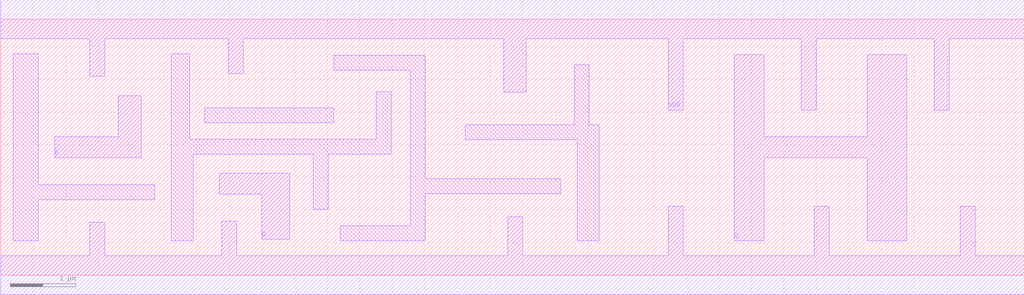
<source format=lef>
# Copyright 2022 GlobalFoundries PDK Authors
#
# Licensed under the Apache License, Version 2.0 (the "License");
# you may not use this file except in compliance with the License.
# You may obtain a copy of the License at
#
#      http://www.apache.org/licenses/LICENSE-2.0
#
# Unless required by applicable law or agreed to in writing, software
# distributed under the License is distributed on an "AS IS" BASIS,
# WITHOUT WARRANTIES OR CONDITIONS OF ANY KIND, either express or implied.
# See the License for the specific language governing permissions and
# limitations under the License.

MACRO gf180mcu_fd_sc_mcu7t5v0__latq_4
  CLASS core ;
  FOREIGN gf180mcu_fd_sc_mcu7t5v0__latq_4 0.0 0.0 ;
  ORIGIN 0 0 ;
  SYMMETRY X Y ;
  SITE GF018hv5v_mcu_sc7 ;
  SIZE 15.68 BY 3.92 ;
  PIN D
    DIRECTION INPUT ;
    ANTENNAGATEAREA 0.552 ;
    PORT
      LAYER METAL1 ;
        POLYGON 3.35 1.24 4 1.24 4 0.55 4.43 0.55 4.43 1.56 3.35 1.56  ;
    END
  END D
  PIN E
    DIRECTION INPUT ;
    USE clock ;
    ANTENNAGATEAREA 0.736 ;
    PORT
      LAYER METAL1 ;
        POLYGON 0.825 1.8 2.15 1.8 2.15 2.75 1.8 2.75 1.8 2.12 0.825 2.12  ;
    END
  END E
  PIN Q
    DIRECTION OUTPUT ;
    ANTENNADIFFAREA 2.1216 ;
    PORT
      LAYER METAL1 ;
        POLYGON 11.24 0.53 11.7 0.53 11.7 1.8 13.28 1.8 13.28 0.53 13.88 0.53 13.88 3.38 13.28 3.38 13.28 2.12 11.7 2.12 11.7 3.38 11.24 3.38  ;
    END
  END Q
  PIN VDD
    DIRECTION INOUT ;
    USE power ;
    SHAPE ABUTMENT ;
    PORT
      LAYER METAL1 ;
        POLYGON 0 3.62 1.365 3.62 1.365 3.05 1.595 3.05 1.595 3.62 2.36 3.62 3.485 3.62 3.485 3.085 3.715 3.085 3.715 3.62 5.1 3.62 7.705 3.62 7.705 2.805 8.05 2.805 8.05 3.62 9.17 3.62 10.225 3.62 10.225 2.53 10.455 2.53 10.455 3.62 12.265 3.62 12.265 2.53 12.495 2.53 12.495 3.62 14.305 3.62 14.305 2.53 14.535 2.53 14.535 3.62 15.68 3.62 15.68 4.22 9.17 4.22 5.1 4.22 2.36 4.22 0 4.22  ;
    END
  END VDD
  PIN VSS
    DIRECTION INOUT ;
    USE ground ;
    SHAPE ABUTMENT ;
    PORT
      LAYER METAL1 ;
        POLYGON 0 -0.3 15.68 -0.3 15.68 0.3 14.935 0.3 14.935 1.055 14.705 1.055 14.705 0.3 12.695 0.3 12.695 1.055 12.465 1.055 12.465 0.3 10.455 0.3 10.455 1.055 10.225 1.055 10.225 0.3 7.995 0.3 7.995 0.895 7.765 0.895 7.765 0.3 3.615 0.3 3.615 0.825 3.385 0.825 3.385 0.3 1.595 0.3 1.595 0.815 1.365 0.815 1.365 0.3 0 0.3  ;
    END
  END VSS
  OBS
      LAYER METAL1 ;
        POLYGON 0.19 0.53 0.575 0.53 0.575 1.16 2.36 1.16 2.36 1.39 0.575 1.39 0.575 3.39 0.19 3.39  ;
        POLYGON 3.125 2.335 5.1 2.335 5.1 2.565 3.125 2.565  ;
        POLYGON 2.61 0.53 2.95 0.53 2.95 1.855 4.785 1.855 4.785 1.01 5.015 1.01 5.015 1.855 5.985 1.855 5.985 2.81 5.755 2.81 5.755 2.085 2.895 2.085 2.895 3.39 2.61 3.39  ;
        POLYGON 5.1 3.14 6.275 3.14 6.275 0.76 5.2 0.76 5.2 0.53 6.505 0.53 6.505 1.245 8.58 1.245 8.58 1.475 6.505 1.475 6.505 3.37 5.1 3.37  ;
        POLYGON 7.12 2.075 8.83 2.075 8.83 0.53 9.17 0.53 9.17 2.305 9.015 2.305 9.015 3.225 8.785 3.225 8.785 2.305 7.12 2.305  ;
  END
END gf180mcu_fd_sc_mcu7t5v0__latq_4

</source>
